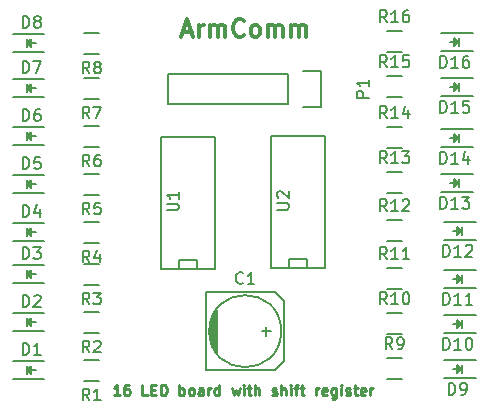
<source format=gto>
G04 #@! TF.FileFunction,Legend,Top*
%FSLAX46Y46*%
G04 Gerber Fmt 4.6, Leading zero omitted, Abs format (unit mm)*
G04 Created by KiCad (PCBNEW 4.0.1-stable) date 2016 September 18, Sunday 15:01:05*
%MOMM*%
G01*
G04 APERTURE LIST*
%ADD10C,0.100000*%
%ADD11C,0.225000*%
%ADD12C,0.300000*%
%ADD13C,0.150000*%
G04 APERTURE END LIST*
D10*
D11*
X124692285Y-82766643D02*
X124178000Y-82766643D01*
X124435142Y-82766643D02*
X124435142Y-81866643D01*
X124349428Y-81995214D01*
X124263714Y-82080929D01*
X124178000Y-82123786D01*
X125463714Y-81866643D02*
X125292285Y-81866643D01*
X125206571Y-81909500D01*
X125163714Y-81952357D01*
X125078000Y-82080929D01*
X125035143Y-82252357D01*
X125035143Y-82595214D01*
X125078000Y-82680929D01*
X125120857Y-82723786D01*
X125206571Y-82766643D01*
X125378000Y-82766643D01*
X125463714Y-82723786D01*
X125506571Y-82680929D01*
X125549428Y-82595214D01*
X125549428Y-82380929D01*
X125506571Y-82295214D01*
X125463714Y-82252357D01*
X125378000Y-82209500D01*
X125206571Y-82209500D01*
X125120857Y-82252357D01*
X125078000Y-82295214D01*
X125035143Y-82380929D01*
X127049428Y-82766643D02*
X126620857Y-82766643D01*
X126620857Y-81866643D01*
X127349428Y-82295214D02*
X127649428Y-82295214D01*
X127777999Y-82766643D02*
X127349428Y-82766643D01*
X127349428Y-81866643D01*
X127777999Y-81866643D01*
X128163714Y-82766643D02*
X128163714Y-81866643D01*
X128377999Y-81866643D01*
X128506571Y-81909500D01*
X128592285Y-81995214D01*
X128635142Y-82080929D01*
X128677999Y-82252357D01*
X128677999Y-82380929D01*
X128635142Y-82552357D01*
X128592285Y-82638071D01*
X128506571Y-82723786D01*
X128377999Y-82766643D01*
X128163714Y-82766643D01*
X129749428Y-82766643D02*
X129749428Y-81866643D01*
X129749428Y-82209500D02*
X129835142Y-82166643D01*
X130006571Y-82166643D01*
X130092285Y-82209500D01*
X130135142Y-82252357D01*
X130177999Y-82338071D01*
X130177999Y-82595214D01*
X130135142Y-82680929D01*
X130092285Y-82723786D01*
X130006571Y-82766643D01*
X129835142Y-82766643D01*
X129749428Y-82723786D01*
X130692285Y-82766643D02*
X130606571Y-82723786D01*
X130563714Y-82680929D01*
X130520857Y-82595214D01*
X130520857Y-82338071D01*
X130563714Y-82252357D01*
X130606571Y-82209500D01*
X130692285Y-82166643D01*
X130820857Y-82166643D01*
X130906571Y-82209500D01*
X130949428Y-82252357D01*
X130992285Y-82338071D01*
X130992285Y-82595214D01*
X130949428Y-82680929D01*
X130906571Y-82723786D01*
X130820857Y-82766643D01*
X130692285Y-82766643D01*
X131763714Y-82766643D02*
X131763714Y-82295214D01*
X131720857Y-82209500D01*
X131635143Y-82166643D01*
X131463714Y-82166643D01*
X131378000Y-82209500D01*
X131763714Y-82723786D02*
X131678000Y-82766643D01*
X131463714Y-82766643D01*
X131378000Y-82723786D01*
X131335143Y-82638071D01*
X131335143Y-82552357D01*
X131378000Y-82466643D01*
X131463714Y-82423786D01*
X131678000Y-82423786D01*
X131763714Y-82380929D01*
X132192286Y-82766643D02*
X132192286Y-82166643D01*
X132192286Y-82338071D02*
X132235143Y-82252357D01*
X132278000Y-82209500D01*
X132363714Y-82166643D01*
X132449429Y-82166643D01*
X133135143Y-82766643D02*
X133135143Y-81866643D01*
X133135143Y-82723786D02*
X133049429Y-82766643D01*
X132878000Y-82766643D01*
X132792286Y-82723786D01*
X132749429Y-82680929D01*
X132706572Y-82595214D01*
X132706572Y-82338071D01*
X132749429Y-82252357D01*
X132792286Y-82209500D01*
X132878000Y-82166643D01*
X133049429Y-82166643D01*
X133135143Y-82209500D01*
X134163714Y-82166643D02*
X134335143Y-82766643D01*
X134506572Y-82338071D01*
X134678000Y-82766643D01*
X134849429Y-82166643D01*
X135192286Y-82766643D02*
X135192286Y-82166643D01*
X135192286Y-81866643D02*
X135149429Y-81909500D01*
X135192286Y-81952357D01*
X135235143Y-81909500D01*
X135192286Y-81866643D01*
X135192286Y-81952357D01*
X135492285Y-82166643D02*
X135835142Y-82166643D01*
X135620857Y-81866643D02*
X135620857Y-82638071D01*
X135663714Y-82723786D01*
X135749428Y-82766643D01*
X135835142Y-82766643D01*
X136135143Y-82766643D02*
X136135143Y-81866643D01*
X136520857Y-82766643D02*
X136520857Y-82295214D01*
X136478000Y-82209500D01*
X136392286Y-82166643D01*
X136263714Y-82166643D01*
X136178000Y-82209500D01*
X136135143Y-82252357D01*
X137592286Y-82723786D02*
X137678000Y-82766643D01*
X137849428Y-82766643D01*
X137935143Y-82723786D01*
X137978000Y-82638071D01*
X137978000Y-82595214D01*
X137935143Y-82509500D01*
X137849428Y-82466643D01*
X137720857Y-82466643D01*
X137635143Y-82423786D01*
X137592286Y-82338071D01*
X137592286Y-82295214D01*
X137635143Y-82209500D01*
X137720857Y-82166643D01*
X137849428Y-82166643D01*
X137935143Y-82209500D01*
X138363714Y-82766643D02*
X138363714Y-81866643D01*
X138749428Y-82766643D02*
X138749428Y-82295214D01*
X138706571Y-82209500D01*
X138620857Y-82166643D01*
X138492285Y-82166643D01*
X138406571Y-82209500D01*
X138363714Y-82252357D01*
X139178000Y-82766643D02*
X139178000Y-82166643D01*
X139178000Y-81866643D02*
X139135143Y-81909500D01*
X139178000Y-81952357D01*
X139220857Y-81909500D01*
X139178000Y-81866643D01*
X139178000Y-81952357D01*
X139477999Y-82166643D02*
X139820856Y-82166643D01*
X139606571Y-82766643D02*
X139606571Y-81995214D01*
X139649428Y-81909500D01*
X139735142Y-81866643D01*
X139820856Y-81866643D01*
X139992285Y-82166643D02*
X140335142Y-82166643D01*
X140120857Y-81866643D02*
X140120857Y-82638071D01*
X140163714Y-82723786D01*
X140249428Y-82766643D01*
X140335142Y-82766643D01*
X141320857Y-82766643D02*
X141320857Y-82166643D01*
X141320857Y-82338071D02*
X141363714Y-82252357D01*
X141406571Y-82209500D01*
X141492285Y-82166643D01*
X141578000Y-82166643D01*
X142220857Y-82723786D02*
X142135143Y-82766643D01*
X141963714Y-82766643D01*
X141878000Y-82723786D01*
X141835143Y-82638071D01*
X141835143Y-82295214D01*
X141878000Y-82209500D01*
X141963714Y-82166643D01*
X142135143Y-82166643D01*
X142220857Y-82209500D01*
X142263714Y-82295214D01*
X142263714Y-82380929D01*
X141835143Y-82466643D01*
X143035143Y-82166643D02*
X143035143Y-82895214D01*
X142992286Y-82980929D01*
X142949429Y-83023786D01*
X142863714Y-83066643D01*
X142735143Y-83066643D01*
X142649429Y-83023786D01*
X143035143Y-82723786D02*
X142949429Y-82766643D01*
X142778000Y-82766643D01*
X142692286Y-82723786D01*
X142649429Y-82680929D01*
X142606572Y-82595214D01*
X142606572Y-82338071D01*
X142649429Y-82252357D01*
X142692286Y-82209500D01*
X142778000Y-82166643D01*
X142949429Y-82166643D01*
X143035143Y-82209500D01*
X143463715Y-82766643D02*
X143463715Y-82166643D01*
X143463715Y-81866643D02*
X143420858Y-81909500D01*
X143463715Y-81952357D01*
X143506572Y-81909500D01*
X143463715Y-81866643D01*
X143463715Y-81952357D01*
X143849429Y-82723786D02*
X143935143Y-82766643D01*
X144106571Y-82766643D01*
X144192286Y-82723786D01*
X144235143Y-82638071D01*
X144235143Y-82595214D01*
X144192286Y-82509500D01*
X144106571Y-82466643D01*
X143978000Y-82466643D01*
X143892286Y-82423786D01*
X143849429Y-82338071D01*
X143849429Y-82295214D01*
X143892286Y-82209500D01*
X143978000Y-82166643D01*
X144106571Y-82166643D01*
X144192286Y-82209500D01*
X144492285Y-82166643D02*
X144835142Y-82166643D01*
X144620857Y-81866643D02*
X144620857Y-82638071D01*
X144663714Y-82723786D01*
X144749428Y-82766643D01*
X144835142Y-82766643D01*
X145478000Y-82723786D02*
X145392286Y-82766643D01*
X145220857Y-82766643D01*
X145135143Y-82723786D01*
X145092286Y-82638071D01*
X145092286Y-82295214D01*
X145135143Y-82209500D01*
X145220857Y-82166643D01*
X145392286Y-82166643D01*
X145478000Y-82209500D01*
X145520857Y-82295214D01*
X145520857Y-82380929D01*
X145092286Y-82466643D01*
X145906572Y-82766643D02*
X145906572Y-82166643D01*
X145906572Y-82338071D02*
X145949429Y-82252357D01*
X145992286Y-82209500D01*
X146078000Y-82166643D01*
X146163715Y-82166643D01*
D12*
X130068500Y-52002500D02*
X130782786Y-52002500D01*
X129925643Y-52431071D02*
X130425643Y-50931071D01*
X130925643Y-52431071D01*
X131425643Y-52431071D02*
X131425643Y-51431071D01*
X131425643Y-51716786D02*
X131497071Y-51573929D01*
X131568500Y-51502500D01*
X131711357Y-51431071D01*
X131854214Y-51431071D01*
X132354214Y-52431071D02*
X132354214Y-51431071D01*
X132354214Y-51573929D02*
X132425642Y-51502500D01*
X132568500Y-51431071D01*
X132782785Y-51431071D01*
X132925642Y-51502500D01*
X132997071Y-51645357D01*
X132997071Y-52431071D01*
X132997071Y-51645357D02*
X133068500Y-51502500D01*
X133211357Y-51431071D01*
X133425642Y-51431071D01*
X133568500Y-51502500D01*
X133639928Y-51645357D01*
X133639928Y-52431071D01*
X135211357Y-52288214D02*
X135139928Y-52359643D01*
X134925642Y-52431071D01*
X134782785Y-52431071D01*
X134568500Y-52359643D01*
X134425642Y-52216786D01*
X134354214Y-52073929D01*
X134282785Y-51788214D01*
X134282785Y-51573929D01*
X134354214Y-51288214D01*
X134425642Y-51145357D01*
X134568500Y-51002500D01*
X134782785Y-50931071D01*
X134925642Y-50931071D01*
X135139928Y-51002500D01*
X135211357Y-51073929D01*
X136068500Y-52431071D02*
X135925642Y-52359643D01*
X135854214Y-52288214D01*
X135782785Y-52145357D01*
X135782785Y-51716786D01*
X135854214Y-51573929D01*
X135925642Y-51502500D01*
X136068500Y-51431071D01*
X136282785Y-51431071D01*
X136425642Y-51502500D01*
X136497071Y-51573929D01*
X136568500Y-51716786D01*
X136568500Y-52145357D01*
X136497071Y-52288214D01*
X136425642Y-52359643D01*
X136282785Y-52431071D01*
X136068500Y-52431071D01*
X137211357Y-52431071D02*
X137211357Y-51431071D01*
X137211357Y-51573929D02*
X137282785Y-51502500D01*
X137425643Y-51431071D01*
X137639928Y-51431071D01*
X137782785Y-51502500D01*
X137854214Y-51645357D01*
X137854214Y-52431071D01*
X137854214Y-51645357D02*
X137925643Y-51502500D01*
X138068500Y-51431071D01*
X138282785Y-51431071D01*
X138425643Y-51502500D01*
X138497071Y-51645357D01*
X138497071Y-52431071D01*
X139211357Y-52431071D02*
X139211357Y-51431071D01*
X139211357Y-51573929D02*
X139282785Y-51502500D01*
X139425643Y-51431071D01*
X139639928Y-51431071D01*
X139782785Y-51502500D01*
X139854214Y-51645357D01*
X139854214Y-52431071D01*
X139854214Y-51645357D02*
X139925643Y-51502500D01*
X140068500Y-51431071D01*
X140282785Y-51431071D01*
X140425643Y-51502500D01*
X140497071Y-51645357D01*
X140497071Y-52431071D01*
D13*
X139065000Y-72009000D02*
X139065000Y-71247000D01*
X139065000Y-71247000D02*
X140589000Y-71247000D01*
X140589000Y-71247000D02*
X140589000Y-72009000D01*
X137541000Y-60833000D02*
X142113000Y-60833000D01*
X142113000Y-60833000D02*
X142113000Y-72009000D01*
X142113000Y-72009000D02*
X137541000Y-72009000D01*
X137541000Y-72009000D02*
X137541000Y-60833000D01*
X132397500Y-76581000D02*
X132397500Y-78105000D01*
X132524500Y-78486000D02*
X132524500Y-76200000D01*
X132651500Y-75946000D02*
X132651500Y-78740000D01*
X132778500Y-78994000D02*
X132778500Y-75692000D01*
X132905500Y-75565000D02*
X132905500Y-79121000D01*
X132016500Y-74041000D02*
X132016500Y-80645000D01*
X132016500Y-80645000D02*
X137858500Y-80645000D01*
X137858500Y-80645000D02*
X138620500Y-79883000D01*
X138620500Y-79883000D02*
X138620500Y-74803000D01*
X138620500Y-74803000D02*
X137858500Y-74041000D01*
X137858500Y-74041000D02*
X132016500Y-74041000D01*
X137477500Y-77343000D02*
X136715500Y-77343000D01*
X137096500Y-76962000D02*
X137096500Y-77724000D01*
X138366500Y-77343000D02*
G75*
G03X138366500Y-77343000I-3048000J0D01*
G01*
X115621000Y-81395000D02*
X118321000Y-81395000D01*
X115621000Y-79895000D02*
X118321000Y-79895000D01*
X117121000Y-80795000D02*
X117121000Y-80545000D01*
X117121000Y-80545000D02*
X116971000Y-80695000D01*
X116871000Y-80295000D02*
X116871000Y-80995000D01*
X117221000Y-80645000D02*
X117571000Y-80645000D01*
X116871000Y-80645000D02*
X117221000Y-80295000D01*
X117221000Y-80295000D02*
X117221000Y-80995000D01*
X117221000Y-80995000D02*
X116871000Y-80645000D01*
X115621000Y-77331000D02*
X118321000Y-77331000D01*
X115621000Y-75831000D02*
X118321000Y-75831000D01*
X117121000Y-76731000D02*
X117121000Y-76481000D01*
X117121000Y-76481000D02*
X116971000Y-76631000D01*
X116871000Y-76231000D02*
X116871000Y-76931000D01*
X117221000Y-76581000D02*
X117571000Y-76581000D01*
X116871000Y-76581000D02*
X117221000Y-76231000D01*
X117221000Y-76231000D02*
X117221000Y-76931000D01*
X117221000Y-76931000D02*
X116871000Y-76581000D01*
X115621000Y-73267000D02*
X118321000Y-73267000D01*
X115621000Y-71767000D02*
X118321000Y-71767000D01*
X117121000Y-72667000D02*
X117121000Y-72417000D01*
X117121000Y-72417000D02*
X116971000Y-72567000D01*
X116871000Y-72167000D02*
X116871000Y-72867000D01*
X117221000Y-72517000D02*
X117571000Y-72517000D01*
X116871000Y-72517000D02*
X117221000Y-72167000D01*
X117221000Y-72167000D02*
X117221000Y-72867000D01*
X117221000Y-72867000D02*
X116871000Y-72517000D01*
X115621000Y-69711000D02*
X118321000Y-69711000D01*
X115621000Y-68211000D02*
X118321000Y-68211000D01*
X117121000Y-69111000D02*
X117121000Y-68861000D01*
X117121000Y-68861000D02*
X116971000Y-69011000D01*
X116871000Y-68611000D02*
X116871000Y-69311000D01*
X117221000Y-68961000D02*
X117571000Y-68961000D01*
X116871000Y-68961000D02*
X117221000Y-68611000D01*
X117221000Y-68611000D02*
X117221000Y-69311000D01*
X117221000Y-69311000D02*
X116871000Y-68961000D01*
X115621000Y-65647000D02*
X118321000Y-65647000D01*
X115621000Y-64147000D02*
X118321000Y-64147000D01*
X117121000Y-65047000D02*
X117121000Y-64797000D01*
X117121000Y-64797000D02*
X116971000Y-64947000D01*
X116871000Y-64547000D02*
X116871000Y-65247000D01*
X117221000Y-64897000D02*
X117571000Y-64897000D01*
X116871000Y-64897000D02*
X117221000Y-64547000D01*
X117221000Y-64547000D02*
X117221000Y-65247000D01*
X117221000Y-65247000D02*
X116871000Y-64897000D01*
X115621000Y-61583000D02*
X118321000Y-61583000D01*
X115621000Y-60083000D02*
X118321000Y-60083000D01*
X117121000Y-60983000D02*
X117121000Y-60733000D01*
X117121000Y-60733000D02*
X116971000Y-60883000D01*
X116871000Y-60483000D02*
X116871000Y-61183000D01*
X117221000Y-60833000D02*
X117571000Y-60833000D01*
X116871000Y-60833000D02*
X117221000Y-60483000D01*
X117221000Y-60483000D02*
X117221000Y-61183000D01*
X117221000Y-61183000D02*
X116871000Y-60833000D01*
X115621000Y-57519000D02*
X118321000Y-57519000D01*
X115621000Y-56019000D02*
X118321000Y-56019000D01*
X117121000Y-56919000D02*
X117121000Y-56669000D01*
X117121000Y-56669000D02*
X116971000Y-56819000D01*
X116871000Y-56419000D02*
X116871000Y-57119000D01*
X117221000Y-56769000D02*
X117571000Y-56769000D01*
X116871000Y-56769000D02*
X117221000Y-56419000D01*
X117221000Y-56419000D02*
X117221000Y-57119000D01*
X117221000Y-57119000D02*
X116871000Y-56769000D01*
X115621000Y-53709000D02*
X118321000Y-53709000D01*
X115621000Y-52209000D02*
X118321000Y-52209000D01*
X117121000Y-53109000D02*
X117121000Y-52859000D01*
X117121000Y-52859000D02*
X116971000Y-53009000D01*
X116871000Y-52609000D02*
X116871000Y-53309000D01*
X117221000Y-52959000D02*
X117571000Y-52959000D01*
X116871000Y-52959000D02*
X117221000Y-52609000D01*
X117221000Y-52609000D02*
X117221000Y-53309000D01*
X117221000Y-53309000D02*
X116871000Y-52959000D01*
X154889000Y-79768000D02*
X152189000Y-79768000D01*
X154889000Y-81268000D02*
X152189000Y-81268000D01*
X153389000Y-80368000D02*
X153389000Y-80618000D01*
X153389000Y-80618000D02*
X153539000Y-80468000D01*
X153639000Y-80868000D02*
X153639000Y-80168000D01*
X153289000Y-80518000D02*
X152939000Y-80518000D01*
X153639000Y-80518000D02*
X153289000Y-80868000D01*
X153289000Y-80868000D02*
X153289000Y-80168000D01*
X153289000Y-80168000D02*
X153639000Y-80518000D01*
X154889000Y-75958000D02*
X152189000Y-75958000D01*
X154889000Y-77458000D02*
X152189000Y-77458000D01*
X153389000Y-76558000D02*
X153389000Y-76808000D01*
X153389000Y-76808000D02*
X153539000Y-76658000D01*
X153639000Y-77058000D02*
X153639000Y-76358000D01*
X153289000Y-76708000D02*
X152939000Y-76708000D01*
X153639000Y-76708000D02*
X153289000Y-77058000D01*
X153289000Y-77058000D02*
X153289000Y-76358000D01*
X153289000Y-76358000D02*
X153639000Y-76708000D01*
X154889000Y-72148000D02*
X152189000Y-72148000D01*
X154889000Y-73648000D02*
X152189000Y-73648000D01*
X153389000Y-72748000D02*
X153389000Y-72998000D01*
X153389000Y-72998000D02*
X153539000Y-72848000D01*
X153639000Y-73248000D02*
X153639000Y-72548000D01*
X153289000Y-72898000D02*
X152939000Y-72898000D01*
X153639000Y-72898000D02*
X153289000Y-73248000D01*
X153289000Y-73248000D02*
X153289000Y-72548000D01*
X153289000Y-72548000D02*
X153639000Y-72898000D01*
X154889000Y-68084000D02*
X152189000Y-68084000D01*
X154889000Y-69584000D02*
X152189000Y-69584000D01*
X153389000Y-68684000D02*
X153389000Y-68934000D01*
X153389000Y-68934000D02*
X153539000Y-68784000D01*
X153639000Y-69184000D02*
X153639000Y-68484000D01*
X153289000Y-68834000D02*
X152939000Y-68834000D01*
X153639000Y-68834000D02*
X153289000Y-69184000D01*
X153289000Y-69184000D02*
X153289000Y-68484000D01*
X153289000Y-68484000D02*
X153639000Y-68834000D01*
X154635000Y-64020000D02*
X151935000Y-64020000D01*
X154635000Y-65520000D02*
X151935000Y-65520000D01*
X153135000Y-64620000D02*
X153135000Y-64870000D01*
X153135000Y-64870000D02*
X153285000Y-64720000D01*
X153385000Y-65120000D02*
X153385000Y-64420000D01*
X153035000Y-64770000D02*
X152685000Y-64770000D01*
X153385000Y-64770000D02*
X153035000Y-65120000D01*
X153035000Y-65120000D02*
X153035000Y-64420000D01*
X153035000Y-64420000D02*
X153385000Y-64770000D01*
X154635000Y-60210000D02*
X151935000Y-60210000D01*
X154635000Y-61710000D02*
X151935000Y-61710000D01*
X153135000Y-60810000D02*
X153135000Y-61060000D01*
X153135000Y-61060000D02*
X153285000Y-60910000D01*
X153385000Y-61310000D02*
X153385000Y-60610000D01*
X153035000Y-60960000D02*
X152685000Y-60960000D01*
X153385000Y-60960000D02*
X153035000Y-61310000D01*
X153035000Y-61310000D02*
X153035000Y-60610000D01*
X153035000Y-60610000D02*
X153385000Y-60960000D01*
X154635000Y-55892000D02*
X151935000Y-55892000D01*
X154635000Y-57392000D02*
X151935000Y-57392000D01*
X153135000Y-56492000D02*
X153135000Y-56742000D01*
X153135000Y-56742000D02*
X153285000Y-56592000D01*
X153385000Y-56992000D02*
X153385000Y-56292000D01*
X153035000Y-56642000D02*
X152685000Y-56642000D01*
X153385000Y-56642000D02*
X153035000Y-56992000D01*
X153035000Y-56992000D02*
X153035000Y-56292000D01*
X153035000Y-56292000D02*
X153385000Y-56642000D01*
X154635000Y-52082000D02*
X151935000Y-52082000D01*
X154635000Y-53582000D02*
X151935000Y-53582000D01*
X153135000Y-52682000D02*
X153135000Y-52932000D01*
X153135000Y-52932000D02*
X153285000Y-52782000D01*
X153385000Y-53182000D02*
X153385000Y-52482000D01*
X153035000Y-52832000D02*
X152685000Y-52832000D01*
X153385000Y-52832000D02*
X153035000Y-53182000D01*
X153035000Y-53182000D02*
X153035000Y-52482000D01*
X153035000Y-52482000D02*
X153385000Y-52832000D01*
X140208000Y-55282500D02*
X141758000Y-55282500D01*
X141758000Y-55282500D02*
X141758000Y-58382500D01*
X141758000Y-58382500D02*
X140208000Y-58382500D01*
X138938000Y-58102500D02*
X128778000Y-58102500D01*
X128778000Y-58102500D02*
X128778000Y-55562500D01*
X128778000Y-55562500D02*
X138938000Y-55562500D01*
X138938000Y-58102500D02*
X138938000Y-55562500D01*
X121701000Y-79770000D02*
X122901000Y-79770000D01*
X122901000Y-81520000D02*
X121701000Y-81520000D01*
X121701000Y-75706000D02*
X122901000Y-75706000D01*
X122901000Y-77456000D02*
X121701000Y-77456000D01*
X121701000Y-71642000D02*
X122901000Y-71642000D01*
X122901000Y-73392000D02*
X121701000Y-73392000D01*
X121701000Y-68086000D02*
X122901000Y-68086000D01*
X122901000Y-69836000D02*
X121701000Y-69836000D01*
X121701000Y-64022000D02*
X122901000Y-64022000D01*
X122901000Y-65772000D02*
X121701000Y-65772000D01*
X121701000Y-59958000D02*
X122901000Y-59958000D01*
X122901000Y-61708000D02*
X121701000Y-61708000D01*
X121701000Y-55894000D02*
X122901000Y-55894000D01*
X122901000Y-57644000D02*
X121701000Y-57644000D01*
X121701000Y-52084000D02*
X122901000Y-52084000D01*
X122901000Y-53834000D02*
X121701000Y-53834000D01*
X148555000Y-81393000D02*
X147355000Y-81393000D01*
X147355000Y-79643000D02*
X148555000Y-79643000D01*
X148555000Y-77583000D02*
X147355000Y-77583000D01*
X147355000Y-75833000D02*
X148555000Y-75833000D01*
X148555000Y-73773000D02*
X147355000Y-73773000D01*
X147355000Y-72023000D02*
X148555000Y-72023000D01*
X148555000Y-69709000D02*
X147355000Y-69709000D01*
X147355000Y-67959000D02*
X148555000Y-67959000D01*
X148555000Y-65645000D02*
X147355000Y-65645000D01*
X147355000Y-63895000D02*
X148555000Y-63895000D01*
X148555000Y-61835000D02*
X147355000Y-61835000D01*
X147355000Y-60085000D02*
X148555000Y-60085000D01*
X148555000Y-57517000D02*
X147355000Y-57517000D01*
X147355000Y-55767000D02*
X148555000Y-55767000D01*
X148555000Y-53707000D02*
X147355000Y-53707000D01*
X147355000Y-51957000D02*
X148555000Y-51957000D01*
X129730500Y-72072500D02*
X129730500Y-71310500D01*
X129730500Y-71310500D02*
X131254500Y-71310500D01*
X131254500Y-71310500D02*
X131254500Y-72072500D01*
X128206500Y-60896500D02*
X132778500Y-60896500D01*
X132778500Y-60896500D02*
X132778500Y-72072500D01*
X132778500Y-72072500D02*
X128206500Y-72072500D01*
X128206500Y-72072500D02*
X128206500Y-60896500D01*
X138009381Y-67055905D02*
X138818905Y-67055905D01*
X138914143Y-67008286D01*
X138961762Y-66960667D01*
X139009381Y-66865429D01*
X139009381Y-66674952D01*
X138961762Y-66579714D01*
X138914143Y-66532095D01*
X138818905Y-66484476D01*
X138009381Y-66484476D01*
X138104619Y-66055905D02*
X138057000Y-66008286D01*
X138009381Y-65913048D01*
X138009381Y-65674952D01*
X138057000Y-65579714D01*
X138104619Y-65532095D01*
X138199857Y-65484476D01*
X138295095Y-65484476D01*
X138437952Y-65532095D01*
X139009381Y-66103524D01*
X139009381Y-65484476D01*
X135151834Y-73255143D02*
X135104215Y-73302762D01*
X134961358Y-73350381D01*
X134866120Y-73350381D01*
X134723262Y-73302762D01*
X134628024Y-73207524D01*
X134580405Y-73112286D01*
X134532786Y-72921810D01*
X134532786Y-72778952D01*
X134580405Y-72588476D01*
X134628024Y-72493238D01*
X134723262Y-72398000D01*
X134866120Y-72350381D01*
X134961358Y-72350381D01*
X135104215Y-72398000D01*
X135151834Y-72445619D01*
X136104215Y-73350381D02*
X135532786Y-73350381D01*
X135818500Y-73350381D02*
X135818500Y-72350381D01*
X135723262Y-72493238D01*
X135628024Y-72588476D01*
X135532786Y-72636095D01*
X116482905Y-79347381D02*
X116482905Y-78347381D01*
X116721000Y-78347381D01*
X116863858Y-78395000D01*
X116959096Y-78490238D01*
X117006715Y-78585476D01*
X117054334Y-78775952D01*
X117054334Y-78918810D01*
X117006715Y-79109286D01*
X116959096Y-79204524D01*
X116863858Y-79299762D01*
X116721000Y-79347381D01*
X116482905Y-79347381D01*
X118006715Y-79347381D02*
X117435286Y-79347381D01*
X117721000Y-79347381D02*
X117721000Y-78347381D01*
X117625762Y-78490238D01*
X117530524Y-78585476D01*
X117435286Y-78633095D01*
X116482905Y-75283381D02*
X116482905Y-74283381D01*
X116721000Y-74283381D01*
X116863858Y-74331000D01*
X116959096Y-74426238D01*
X117006715Y-74521476D01*
X117054334Y-74711952D01*
X117054334Y-74854810D01*
X117006715Y-75045286D01*
X116959096Y-75140524D01*
X116863858Y-75235762D01*
X116721000Y-75283381D01*
X116482905Y-75283381D01*
X117435286Y-74378619D02*
X117482905Y-74331000D01*
X117578143Y-74283381D01*
X117816239Y-74283381D01*
X117911477Y-74331000D01*
X117959096Y-74378619D01*
X118006715Y-74473857D01*
X118006715Y-74569095D01*
X117959096Y-74711952D01*
X117387667Y-75283381D01*
X118006715Y-75283381D01*
X116482905Y-71219381D02*
X116482905Y-70219381D01*
X116721000Y-70219381D01*
X116863858Y-70267000D01*
X116959096Y-70362238D01*
X117006715Y-70457476D01*
X117054334Y-70647952D01*
X117054334Y-70790810D01*
X117006715Y-70981286D01*
X116959096Y-71076524D01*
X116863858Y-71171762D01*
X116721000Y-71219381D01*
X116482905Y-71219381D01*
X117387667Y-70219381D02*
X118006715Y-70219381D01*
X117673381Y-70600333D01*
X117816239Y-70600333D01*
X117911477Y-70647952D01*
X117959096Y-70695571D01*
X118006715Y-70790810D01*
X118006715Y-71028905D01*
X117959096Y-71124143D01*
X117911477Y-71171762D01*
X117816239Y-71219381D01*
X117530524Y-71219381D01*
X117435286Y-71171762D01*
X117387667Y-71124143D01*
X116482905Y-67663381D02*
X116482905Y-66663381D01*
X116721000Y-66663381D01*
X116863858Y-66711000D01*
X116959096Y-66806238D01*
X117006715Y-66901476D01*
X117054334Y-67091952D01*
X117054334Y-67234810D01*
X117006715Y-67425286D01*
X116959096Y-67520524D01*
X116863858Y-67615762D01*
X116721000Y-67663381D01*
X116482905Y-67663381D01*
X117911477Y-66996714D02*
X117911477Y-67663381D01*
X117673381Y-66615762D02*
X117435286Y-67330048D01*
X118054334Y-67330048D01*
X116482905Y-63599381D02*
X116482905Y-62599381D01*
X116721000Y-62599381D01*
X116863858Y-62647000D01*
X116959096Y-62742238D01*
X117006715Y-62837476D01*
X117054334Y-63027952D01*
X117054334Y-63170810D01*
X117006715Y-63361286D01*
X116959096Y-63456524D01*
X116863858Y-63551762D01*
X116721000Y-63599381D01*
X116482905Y-63599381D01*
X117959096Y-62599381D02*
X117482905Y-62599381D01*
X117435286Y-63075571D01*
X117482905Y-63027952D01*
X117578143Y-62980333D01*
X117816239Y-62980333D01*
X117911477Y-63027952D01*
X117959096Y-63075571D01*
X118006715Y-63170810D01*
X118006715Y-63408905D01*
X117959096Y-63504143D01*
X117911477Y-63551762D01*
X117816239Y-63599381D01*
X117578143Y-63599381D01*
X117482905Y-63551762D01*
X117435286Y-63504143D01*
X116482905Y-59535381D02*
X116482905Y-58535381D01*
X116721000Y-58535381D01*
X116863858Y-58583000D01*
X116959096Y-58678238D01*
X117006715Y-58773476D01*
X117054334Y-58963952D01*
X117054334Y-59106810D01*
X117006715Y-59297286D01*
X116959096Y-59392524D01*
X116863858Y-59487762D01*
X116721000Y-59535381D01*
X116482905Y-59535381D01*
X117911477Y-58535381D02*
X117721000Y-58535381D01*
X117625762Y-58583000D01*
X117578143Y-58630619D01*
X117482905Y-58773476D01*
X117435286Y-58963952D01*
X117435286Y-59344905D01*
X117482905Y-59440143D01*
X117530524Y-59487762D01*
X117625762Y-59535381D01*
X117816239Y-59535381D01*
X117911477Y-59487762D01*
X117959096Y-59440143D01*
X118006715Y-59344905D01*
X118006715Y-59106810D01*
X117959096Y-59011571D01*
X117911477Y-58963952D01*
X117816239Y-58916333D01*
X117625762Y-58916333D01*
X117530524Y-58963952D01*
X117482905Y-59011571D01*
X117435286Y-59106810D01*
X116482905Y-55471381D02*
X116482905Y-54471381D01*
X116721000Y-54471381D01*
X116863858Y-54519000D01*
X116959096Y-54614238D01*
X117006715Y-54709476D01*
X117054334Y-54899952D01*
X117054334Y-55042810D01*
X117006715Y-55233286D01*
X116959096Y-55328524D01*
X116863858Y-55423762D01*
X116721000Y-55471381D01*
X116482905Y-55471381D01*
X117387667Y-54471381D02*
X118054334Y-54471381D01*
X117625762Y-55471381D01*
X116482905Y-51661381D02*
X116482905Y-50661381D01*
X116721000Y-50661381D01*
X116863858Y-50709000D01*
X116959096Y-50804238D01*
X117006715Y-50899476D01*
X117054334Y-51089952D01*
X117054334Y-51232810D01*
X117006715Y-51423286D01*
X116959096Y-51518524D01*
X116863858Y-51613762D01*
X116721000Y-51661381D01*
X116482905Y-51661381D01*
X117625762Y-51089952D02*
X117530524Y-51042333D01*
X117482905Y-50994714D01*
X117435286Y-50899476D01*
X117435286Y-50851857D01*
X117482905Y-50756619D01*
X117530524Y-50709000D01*
X117625762Y-50661381D01*
X117816239Y-50661381D01*
X117911477Y-50709000D01*
X117959096Y-50756619D01*
X118006715Y-50851857D01*
X118006715Y-50899476D01*
X117959096Y-50994714D01*
X117911477Y-51042333D01*
X117816239Y-51089952D01*
X117625762Y-51089952D01*
X117530524Y-51137571D01*
X117482905Y-51185190D01*
X117435286Y-51280429D01*
X117435286Y-51470905D01*
X117482905Y-51566143D01*
X117530524Y-51613762D01*
X117625762Y-51661381D01*
X117816239Y-51661381D01*
X117911477Y-51613762D01*
X117959096Y-51566143D01*
X118006715Y-51470905D01*
X118006715Y-51280429D01*
X117959096Y-51185190D01*
X117911477Y-51137571D01*
X117816239Y-51089952D01*
X152550905Y-82720381D02*
X152550905Y-81720381D01*
X152789000Y-81720381D01*
X152931858Y-81768000D01*
X153027096Y-81863238D01*
X153074715Y-81958476D01*
X153122334Y-82148952D01*
X153122334Y-82291810D01*
X153074715Y-82482286D01*
X153027096Y-82577524D01*
X152931858Y-82672762D01*
X152789000Y-82720381D01*
X152550905Y-82720381D01*
X153598524Y-82720381D02*
X153789000Y-82720381D01*
X153884239Y-82672762D01*
X153931858Y-82625143D01*
X154027096Y-82482286D01*
X154074715Y-82291810D01*
X154074715Y-81910857D01*
X154027096Y-81815619D01*
X153979477Y-81768000D01*
X153884239Y-81720381D01*
X153693762Y-81720381D01*
X153598524Y-81768000D01*
X153550905Y-81815619D01*
X153503286Y-81910857D01*
X153503286Y-82148952D01*
X153550905Y-82244190D01*
X153598524Y-82291810D01*
X153693762Y-82339429D01*
X153884239Y-82339429D01*
X153979477Y-82291810D01*
X154027096Y-82244190D01*
X154074715Y-82148952D01*
X152074714Y-78910381D02*
X152074714Y-77910381D01*
X152312809Y-77910381D01*
X152455667Y-77958000D01*
X152550905Y-78053238D01*
X152598524Y-78148476D01*
X152646143Y-78338952D01*
X152646143Y-78481810D01*
X152598524Y-78672286D01*
X152550905Y-78767524D01*
X152455667Y-78862762D01*
X152312809Y-78910381D01*
X152074714Y-78910381D01*
X153598524Y-78910381D02*
X153027095Y-78910381D01*
X153312809Y-78910381D02*
X153312809Y-77910381D01*
X153217571Y-78053238D01*
X153122333Y-78148476D01*
X153027095Y-78196095D01*
X154217571Y-77910381D02*
X154312810Y-77910381D01*
X154408048Y-77958000D01*
X154455667Y-78005619D01*
X154503286Y-78100857D01*
X154550905Y-78291333D01*
X154550905Y-78529429D01*
X154503286Y-78719905D01*
X154455667Y-78815143D01*
X154408048Y-78862762D01*
X154312810Y-78910381D01*
X154217571Y-78910381D01*
X154122333Y-78862762D01*
X154074714Y-78815143D01*
X154027095Y-78719905D01*
X153979476Y-78529429D01*
X153979476Y-78291333D01*
X154027095Y-78100857D01*
X154074714Y-78005619D01*
X154122333Y-77958000D01*
X154217571Y-77910381D01*
X152074714Y-75100381D02*
X152074714Y-74100381D01*
X152312809Y-74100381D01*
X152455667Y-74148000D01*
X152550905Y-74243238D01*
X152598524Y-74338476D01*
X152646143Y-74528952D01*
X152646143Y-74671810D01*
X152598524Y-74862286D01*
X152550905Y-74957524D01*
X152455667Y-75052762D01*
X152312809Y-75100381D01*
X152074714Y-75100381D01*
X153598524Y-75100381D02*
X153027095Y-75100381D01*
X153312809Y-75100381D02*
X153312809Y-74100381D01*
X153217571Y-74243238D01*
X153122333Y-74338476D01*
X153027095Y-74386095D01*
X154550905Y-75100381D02*
X153979476Y-75100381D01*
X154265190Y-75100381D02*
X154265190Y-74100381D01*
X154169952Y-74243238D01*
X154074714Y-74338476D01*
X153979476Y-74386095D01*
X152074714Y-71036381D02*
X152074714Y-70036381D01*
X152312809Y-70036381D01*
X152455667Y-70084000D01*
X152550905Y-70179238D01*
X152598524Y-70274476D01*
X152646143Y-70464952D01*
X152646143Y-70607810D01*
X152598524Y-70798286D01*
X152550905Y-70893524D01*
X152455667Y-70988762D01*
X152312809Y-71036381D01*
X152074714Y-71036381D01*
X153598524Y-71036381D02*
X153027095Y-71036381D01*
X153312809Y-71036381D02*
X153312809Y-70036381D01*
X153217571Y-70179238D01*
X153122333Y-70274476D01*
X153027095Y-70322095D01*
X153979476Y-70131619D02*
X154027095Y-70084000D01*
X154122333Y-70036381D01*
X154360429Y-70036381D01*
X154455667Y-70084000D01*
X154503286Y-70131619D01*
X154550905Y-70226857D01*
X154550905Y-70322095D01*
X154503286Y-70464952D01*
X153931857Y-71036381D01*
X154550905Y-71036381D01*
X151820714Y-66972381D02*
X151820714Y-65972381D01*
X152058809Y-65972381D01*
X152201667Y-66020000D01*
X152296905Y-66115238D01*
X152344524Y-66210476D01*
X152392143Y-66400952D01*
X152392143Y-66543810D01*
X152344524Y-66734286D01*
X152296905Y-66829524D01*
X152201667Y-66924762D01*
X152058809Y-66972381D01*
X151820714Y-66972381D01*
X153344524Y-66972381D02*
X152773095Y-66972381D01*
X153058809Y-66972381D02*
X153058809Y-65972381D01*
X152963571Y-66115238D01*
X152868333Y-66210476D01*
X152773095Y-66258095D01*
X153677857Y-65972381D02*
X154296905Y-65972381D01*
X153963571Y-66353333D01*
X154106429Y-66353333D01*
X154201667Y-66400952D01*
X154249286Y-66448571D01*
X154296905Y-66543810D01*
X154296905Y-66781905D01*
X154249286Y-66877143D01*
X154201667Y-66924762D01*
X154106429Y-66972381D01*
X153820714Y-66972381D01*
X153725476Y-66924762D01*
X153677857Y-66877143D01*
X151820714Y-63162381D02*
X151820714Y-62162381D01*
X152058809Y-62162381D01*
X152201667Y-62210000D01*
X152296905Y-62305238D01*
X152344524Y-62400476D01*
X152392143Y-62590952D01*
X152392143Y-62733810D01*
X152344524Y-62924286D01*
X152296905Y-63019524D01*
X152201667Y-63114762D01*
X152058809Y-63162381D01*
X151820714Y-63162381D01*
X153344524Y-63162381D02*
X152773095Y-63162381D01*
X153058809Y-63162381D02*
X153058809Y-62162381D01*
X152963571Y-62305238D01*
X152868333Y-62400476D01*
X152773095Y-62448095D01*
X154201667Y-62495714D02*
X154201667Y-63162381D01*
X153963571Y-62114762D02*
X153725476Y-62829048D01*
X154344524Y-62829048D01*
X151820714Y-58844381D02*
X151820714Y-57844381D01*
X152058809Y-57844381D01*
X152201667Y-57892000D01*
X152296905Y-57987238D01*
X152344524Y-58082476D01*
X152392143Y-58272952D01*
X152392143Y-58415810D01*
X152344524Y-58606286D01*
X152296905Y-58701524D01*
X152201667Y-58796762D01*
X152058809Y-58844381D01*
X151820714Y-58844381D01*
X153344524Y-58844381D02*
X152773095Y-58844381D01*
X153058809Y-58844381D02*
X153058809Y-57844381D01*
X152963571Y-57987238D01*
X152868333Y-58082476D01*
X152773095Y-58130095D01*
X154249286Y-57844381D02*
X153773095Y-57844381D01*
X153725476Y-58320571D01*
X153773095Y-58272952D01*
X153868333Y-58225333D01*
X154106429Y-58225333D01*
X154201667Y-58272952D01*
X154249286Y-58320571D01*
X154296905Y-58415810D01*
X154296905Y-58653905D01*
X154249286Y-58749143D01*
X154201667Y-58796762D01*
X154106429Y-58844381D01*
X153868333Y-58844381D01*
X153773095Y-58796762D01*
X153725476Y-58749143D01*
X151820714Y-55034381D02*
X151820714Y-54034381D01*
X152058809Y-54034381D01*
X152201667Y-54082000D01*
X152296905Y-54177238D01*
X152344524Y-54272476D01*
X152392143Y-54462952D01*
X152392143Y-54605810D01*
X152344524Y-54796286D01*
X152296905Y-54891524D01*
X152201667Y-54986762D01*
X152058809Y-55034381D01*
X151820714Y-55034381D01*
X153344524Y-55034381D02*
X152773095Y-55034381D01*
X153058809Y-55034381D02*
X153058809Y-54034381D01*
X152963571Y-54177238D01*
X152868333Y-54272476D01*
X152773095Y-54320095D01*
X154201667Y-54034381D02*
X154011190Y-54034381D01*
X153915952Y-54082000D01*
X153868333Y-54129619D01*
X153773095Y-54272476D01*
X153725476Y-54462952D01*
X153725476Y-54843905D01*
X153773095Y-54939143D01*
X153820714Y-54986762D01*
X153915952Y-55034381D01*
X154106429Y-55034381D01*
X154201667Y-54986762D01*
X154249286Y-54939143D01*
X154296905Y-54843905D01*
X154296905Y-54605810D01*
X154249286Y-54510571D01*
X154201667Y-54462952D01*
X154106429Y-54415333D01*
X153915952Y-54415333D01*
X153820714Y-54462952D01*
X153773095Y-54510571D01*
X153725476Y-54605810D01*
X145760381Y-57570595D02*
X144760381Y-57570595D01*
X144760381Y-57189642D01*
X144808000Y-57094404D01*
X144855619Y-57046785D01*
X144950857Y-56999166D01*
X145093714Y-56999166D01*
X145188952Y-57046785D01*
X145236571Y-57094404D01*
X145284190Y-57189642D01*
X145284190Y-57570595D01*
X145760381Y-56046785D02*
X145760381Y-56618214D01*
X145760381Y-56332500D02*
X144760381Y-56332500D01*
X144903238Y-56427738D01*
X144998476Y-56522976D01*
X145046095Y-56618214D01*
X122134334Y-83197381D02*
X121801000Y-82721190D01*
X121562905Y-83197381D02*
X121562905Y-82197381D01*
X121943858Y-82197381D01*
X122039096Y-82245000D01*
X122086715Y-82292619D01*
X122134334Y-82387857D01*
X122134334Y-82530714D01*
X122086715Y-82625952D01*
X122039096Y-82673571D01*
X121943858Y-82721190D01*
X121562905Y-82721190D01*
X123086715Y-83197381D02*
X122515286Y-83197381D01*
X122801000Y-83197381D02*
X122801000Y-82197381D01*
X122705762Y-82340238D01*
X122610524Y-82435476D01*
X122515286Y-82483095D01*
X122134334Y-79133381D02*
X121801000Y-78657190D01*
X121562905Y-79133381D02*
X121562905Y-78133381D01*
X121943858Y-78133381D01*
X122039096Y-78181000D01*
X122086715Y-78228619D01*
X122134334Y-78323857D01*
X122134334Y-78466714D01*
X122086715Y-78561952D01*
X122039096Y-78609571D01*
X121943858Y-78657190D01*
X121562905Y-78657190D01*
X122515286Y-78228619D02*
X122562905Y-78181000D01*
X122658143Y-78133381D01*
X122896239Y-78133381D01*
X122991477Y-78181000D01*
X123039096Y-78228619D01*
X123086715Y-78323857D01*
X123086715Y-78419095D01*
X123039096Y-78561952D01*
X122467667Y-79133381D01*
X123086715Y-79133381D01*
X122134334Y-75069381D02*
X121801000Y-74593190D01*
X121562905Y-75069381D02*
X121562905Y-74069381D01*
X121943858Y-74069381D01*
X122039096Y-74117000D01*
X122086715Y-74164619D01*
X122134334Y-74259857D01*
X122134334Y-74402714D01*
X122086715Y-74497952D01*
X122039096Y-74545571D01*
X121943858Y-74593190D01*
X121562905Y-74593190D01*
X122467667Y-74069381D02*
X123086715Y-74069381D01*
X122753381Y-74450333D01*
X122896239Y-74450333D01*
X122991477Y-74497952D01*
X123039096Y-74545571D01*
X123086715Y-74640810D01*
X123086715Y-74878905D01*
X123039096Y-74974143D01*
X122991477Y-75021762D01*
X122896239Y-75069381D01*
X122610524Y-75069381D01*
X122515286Y-75021762D01*
X122467667Y-74974143D01*
X122134334Y-71513381D02*
X121801000Y-71037190D01*
X121562905Y-71513381D02*
X121562905Y-70513381D01*
X121943858Y-70513381D01*
X122039096Y-70561000D01*
X122086715Y-70608619D01*
X122134334Y-70703857D01*
X122134334Y-70846714D01*
X122086715Y-70941952D01*
X122039096Y-70989571D01*
X121943858Y-71037190D01*
X121562905Y-71037190D01*
X122991477Y-70846714D02*
X122991477Y-71513381D01*
X122753381Y-70465762D02*
X122515286Y-71180048D01*
X123134334Y-71180048D01*
X122134334Y-67449381D02*
X121801000Y-66973190D01*
X121562905Y-67449381D02*
X121562905Y-66449381D01*
X121943858Y-66449381D01*
X122039096Y-66497000D01*
X122086715Y-66544619D01*
X122134334Y-66639857D01*
X122134334Y-66782714D01*
X122086715Y-66877952D01*
X122039096Y-66925571D01*
X121943858Y-66973190D01*
X121562905Y-66973190D01*
X123039096Y-66449381D02*
X122562905Y-66449381D01*
X122515286Y-66925571D01*
X122562905Y-66877952D01*
X122658143Y-66830333D01*
X122896239Y-66830333D01*
X122991477Y-66877952D01*
X123039096Y-66925571D01*
X123086715Y-67020810D01*
X123086715Y-67258905D01*
X123039096Y-67354143D01*
X122991477Y-67401762D01*
X122896239Y-67449381D01*
X122658143Y-67449381D01*
X122562905Y-67401762D01*
X122515286Y-67354143D01*
X122134334Y-63385381D02*
X121801000Y-62909190D01*
X121562905Y-63385381D02*
X121562905Y-62385381D01*
X121943858Y-62385381D01*
X122039096Y-62433000D01*
X122086715Y-62480619D01*
X122134334Y-62575857D01*
X122134334Y-62718714D01*
X122086715Y-62813952D01*
X122039096Y-62861571D01*
X121943858Y-62909190D01*
X121562905Y-62909190D01*
X122991477Y-62385381D02*
X122801000Y-62385381D01*
X122705762Y-62433000D01*
X122658143Y-62480619D01*
X122562905Y-62623476D01*
X122515286Y-62813952D01*
X122515286Y-63194905D01*
X122562905Y-63290143D01*
X122610524Y-63337762D01*
X122705762Y-63385381D01*
X122896239Y-63385381D01*
X122991477Y-63337762D01*
X123039096Y-63290143D01*
X123086715Y-63194905D01*
X123086715Y-62956810D01*
X123039096Y-62861571D01*
X122991477Y-62813952D01*
X122896239Y-62766333D01*
X122705762Y-62766333D01*
X122610524Y-62813952D01*
X122562905Y-62861571D01*
X122515286Y-62956810D01*
X122134334Y-59321381D02*
X121801000Y-58845190D01*
X121562905Y-59321381D02*
X121562905Y-58321381D01*
X121943858Y-58321381D01*
X122039096Y-58369000D01*
X122086715Y-58416619D01*
X122134334Y-58511857D01*
X122134334Y-58654714D01*
X122086715Y-58749952D01*
X122039096Y-58797571D01*
X121943858Y-58845190D01*
X121562905Y-58845190D01*
X122467667Y-58321381D02*
X123134334Y-58321381D01*
X122705762Y-59321381D01*
X122134334Y-55511381D02*
X121801000Y-55035190D01*
X121562905Y-55511381D02*
X121562905Y-54511381D01*
X121943858Y-54511381D01*
X122039096Y-54559000D01*
X122086715Y-54606619D01*
X122134334Y-54701857D01*
X122134334Y-54844714D01*
X122086715Y-54939952D01*
X122039096Y-54987571D01*
X121943858Y-55035190D01*
X121562905Y-55035190D01*
X122705762Y-54939952D02*
X122610524Y-54892333D01*
X122562905Y-54844714D01*
X122515286Y-54749476D01*
X122515286Y-54701857D01*
X122562905Y-54606619D01*
X122610524Y-54559000D01*
X122705762Y-54511381D01*
X122896239Y-54511381D01*
X122991477Y-54559000D01*
X123039096Y-54606619D01*
X123086715Y-54701857D01*
X123086715Y-54749476D01*
X123039096Y-54844714D01*
X122991477Y-54892333D01*
X122896239Y-54939952D01*
X122705762Y-54939952D01*
X122610524Y-54987571D01*
X122562905Y-55035190D01*
X122515286Y-55130429D01*
X122515286Y-55320905D01*
X122562905Y-55416143D01*
X122610524Y-55463762D01*
X122705762Y-55511381D01*
X122896239Y-55511381D01*
X122991477Y-55463762D01*
X123039096Y-55416143D01*
X123086715Y-55320905D01*
X123086715Y-55130429D01*
X123039096Y-55035190D01*
X122991477Y-54987571D01*
X122896239Y-54939952D01*
X147788334Y-78870381D02*
X147455000Y-78394190D01*
X147216905Y-78870381D02*
X147216905Y-77870381D01*
X147597858Y-77870381D01*
X147693096Y-77918000D01*
X147740715Y-77965619D01*
X147788334Y-78060857D01*
X147788334Y-78203714D01*
X147740715Y-78298952D01*
X147693096Y-78346571D01*
X147597858Y-78394190D01*
X147216905Y-78394190D01*
X148264524Y-78870381D02*
X148455000Y-78870381D01*
X148550239Y-78822762D01*
X148597858Y-78775143D01*
X148693096Y-78632286D01*
X148740715Y-78441810D01*
X148740715Y-78060857D01*
X148693096Y-77965619D01*
X148645477Y-77918000D01*
X148550239Y-77870381D01*
X148359762Y-77870381D01*
X148264524Y-77918000D01*
X148216905Y-77965619D01*
X148169286Y-78060857D01*
X148169286Y-78298952D01*
X148216905Y-78394190D01*
X148264524Y-78441810D01*
X148359762Y-78489429D01*
X148550239Y-78489429D01*
X148645477Y-78441810D01*
X148693096Y-78394190D01*
X148740715Y-78298952D01*
X147312143Y-75060381D02*
X146978809Y-74584190D01*
X146740714Y-75060381D02*
X146740714Y-74060381D01*
X147121667Y-74060381D01*
X147216905Y-74108000D01*
X147264524Y-74155619D01*
X147312143Y-74250857D01*
X147312143Y-74393714D01*
X147264524Y-74488952D01*
X147216905Y-74536571D01*
X147121667Y-74584190D01*
X146740714Y-74584190D01*
X148264524Y-75060381D02*
X147693095Y-75060381D01*
X147978809Y-75060381D02*
X147978809Y-74060381D01*
X147883571Y-74203238D01*
X147788333Y-74298476D01*
X147693095Y-74346095D01*
X148883571Y-74060381D02*
X148978810Y-74060381D01*
X149074048Y-74108000D01*
X149121667Y-74155619D01*
X149169286Y-74250857D01*
X149216905Y-74441333D01*
X149216905Y-74679429D01*
X149169286Y-74869905D01*
X149121667Y-74965143D01*
X149074048Y-75012762D01*
X148978810Y-75060381D01*
X148883571Y-75060381D01*
X148788333Y-75012762D01*
X148740714Y-74965143D01*
X148693095Y-74869905D01*
X148645476Y-74679429D01*
X148645476Y-74441333D01*
X148693095Y-74250857D01*
X148740714Y-74155619D01*
X148788333Y-74108000D01*
X148883571Y-74060381D01*
X147312143Y-71250381D02*
X146978809Y-70774190D01*
X146740714Y-71250381D02*
X146740714Y-70250381D01*
X147121667Y-70250381D01*
X147216905Y-70298000D01*
X147264524Y-70345619D01*
X147312143Y-70440857D01*
X147312143Y-70583714D01*
X147264524Y-70678952D01*
X147216905Y-70726571D01*
X147121667Y-70774190D01*
X146740714Y-70774190D01*
X148264524Y-71250381D02*
X147693095Y-71250381D01*
X147978809Y-71250381D02*
X147978809Y-70250381D01*
X147883571Y-70393238D01*
X147788333Y-70488476D01*
X147693095Y-70536095D01*
X149216905Y-71250381D02*
X148645476Y-71250381D01*
X148931190Y-71250381D02*
X148931190Y-70250381D01*
X148835952Y-70393238D01*
X148740714Y-70488476D01*
X148645476Y-70536095D01*
X147312143Y-67186381D02*
X146978809Y-66710190D01*
X146740714Y-67186381D02*
X146740714Y-66186381D01*
X147121667Y-66186381D01*
X147216905Y-66234000D01*
X147264524Y-66281619D01*
X147312143Y-66376857D01*
X147312143Y-66519714D01*
X147264524Y-66614952D01*
X147216905Y-66662571D01*
X147121667Y-66710190D01*
X146740714Y-66710190D01*
X148264524Y-67186381D02*
X147693095Y-67186381D01*
X147978809Y-67186381D02*
X147978809Y-66186381D01*
X147883571Y-66329238D01*
X147788333Y-66424476D01*
X147693095Y-66472095D01*
X148645476Y-66281619D02*
X148693095Y-66234000D01*
X148788333Y-66186381D01*
X149026429Y-66186381D01*
X149121667Y-66234000D01*
X149169286Y-66281619D01*
X149216905Y-66376857D01*
X149216905Y-66472095D01*
X149169286Y-66614952D01*
X148597857Y-67186381D01*
X149216905Y-67186381D01*
X147312143Y-63122381D02*
X146978809Y-62646190D01*
X146740714Y-63122381D02*
X146740714Y-62122381D01*
X147121667Y-62122381D01*
X147216905Y-62170000D01*
X147264524Y-62217619D01*
X147312143Y-62312857D01*
X147312143Y-62455714D01*
X147264524Y-62550952D01*
X147216905Y-62598571D01*
X147121667Y-62646190D01*
X146740714Y-62646190D01*
X148264524Y-63122381D02*
X147693095Y-63122381D01*
X147978809Y-63122381D02*
X147978809Y-62122381D01*
X147883571Y-62265238D01*
X147788333Y-62360476D01*
X147693095Y-62408095D01*
X148597857Y-62122381D02*
X149216905Y-62122381D01*
X148883571Y-62503333D01*
X149026429Y-62503333D01*
X149121667Y-62550952D01*
X149169286Y-62598571D01*
X149216905Y-62693810D01*
X149216905Y-62931905D01*
X149169286Y-63027143D01*
X149121667Y-63074762D01*
X149026429Y-63122381D01*
X148740714Y-63122381D01*
X148645476Y-63074762D01*
X148597857Y-63027143D01*
X147312143Y-59312381D02*
X146978809Y-58836190D01*
X146740714Y-59312381D02*
X146740714Y-58312381D01*
X147121667Y-58312381D01*
X147216905Y-58360000D01*
X147264524Y-58407619D01*
X147312143Y-58502857D01*
X147312143Y-58645714D01*
X147264524Y-58740952D01*
X147216905Y-58788571D01*
X147121667Y-58836190D01*
X146740714Y-58836190D01*
X148264524Y-59312381D02*
X147693095Y-59312381D01*
X147978809Y-59312381D02*
X147978809Y-58312381D01*
X147883571Y-58455238D01*
X147788333Y-58550476D01*
X147693095Y-58598095D01*
X149121667Y-58645714D02*
X149121667Y-59312381D01*
X148883571Y-58264762D02*
X148645476Y-58979048D01*
X149264524Y-58979048D01*
X147312143Y-54994381D02*
X146978809Y-54518190D01*
X146740714Y-54994381D02*
X146740714Y-53994381D01*
X147121667Y-53994381D01*
X147216905Y-54042000D01*
X147264524Y-54089619D01*
X147312143Y-54184857D01*
X147312143Y-54327714D01*
X147264524Y-54422952D01*
X147216905Y-54470571D01*
X147121667Y-54518190D01*
X146740714Y-54518190D01*
X148264524Y-54994381D02*
X147693095Y-54994381D01*
X147978809Y-54994381D02*
X147978809Y-53994381D01*
X147883571Y-54137238D01*
X147788333Y-54232476D01*
X147693095Y-54280095D01*
X149169286Y-53994381D02*
X148693095Y-53994381D01*
X148645476Y-54470571D01*
X148693095Y-54422952D01*
X148788333Y-54375333D01*
X149026429Y-54375333D01*
X149121667Y-54422952D01*
X149169286Y-54470571D01*
X149216905Y-54565810D01*
X149216905Y-54803905D01*
X149169286Y-54899143D01*
X149121667Y-54946762D01*
X149026429Y-54994381D01*
X148788333Y-54994381D01*
X148693095Y-54946762D01*
X148645476Y-54899143D01*
X147312143Y-51184381D02*
X146978809Y-50708190D01*
X146740714Y-51184381D02*
X146740714Y-50184381D01*
X147121667Y-50184381D01*
X147216905Y-50232000D01*
X147264524Y-50279619D01*
X147312143Y-50374857D01*
X147312143Y-50517714D01*
X147264524Y-50612952D01*
X147216905Y-50660571D01*
X147121667Y-50708190D01*
X146740714Y-50708190D01*
X148264524Y-51184381D02*
X147693095Y-51184381D01*
X147978809Y-51184381D02*
X147978809Y-50184381D01*
X147883571Y-50327238D01*
X147788333Y-50422476D01*
X147693095Y-50470095D01*
X149121667Y-50184381D02*
X148931190Y-50184381D01*
X148835952Y-50232000D01*
X148788333Y-50279619D01*
X148693095Y-50422476D01*
X148645476Y-50612952D01*
X148645476Y-50993905D01*
X148693095Y-51089143D01*
X148740714Y-51136762D01*
X148835952Y-51184381D01*
X149026429Y-51184381D01*
X149121667Y-51136762D01*
X149169286Y-51089143D01*
X149216905Y-50993905D01*
X149216905Y-50755810D01*
X149169286Y-50660571D01*
X149121667Y-50612952D01*
X149026429Y-50565333D01*
X148835952Y-50565333D01*
X148740714Y-50612952D01*
X148693095Y-50660571D01*
X148645476Y-50755810D01*
X128674881Y-67119405D02*
X129484405Y-67119405D01*
X129579643Y-67071786D01*
X129627262Y-67024167D01*
X129674881Y-66928929D01*
X129674881Y-66738452D01*
X129627262Y-66643214D01*
X129579643Y-66595595D01*
X129484405Y-66547976D01*
X128674881Y-66547976D01*
X129674881Y-65547976D02*
X129674881Y-66119405D01*
X129674881Y-65833691D02*
X128674881Y-65833691D01*
X128817738Y-65928929D01*
X128912976Y-66024167D01*
X128960595Y-66119405D01*
M02*

</source>
